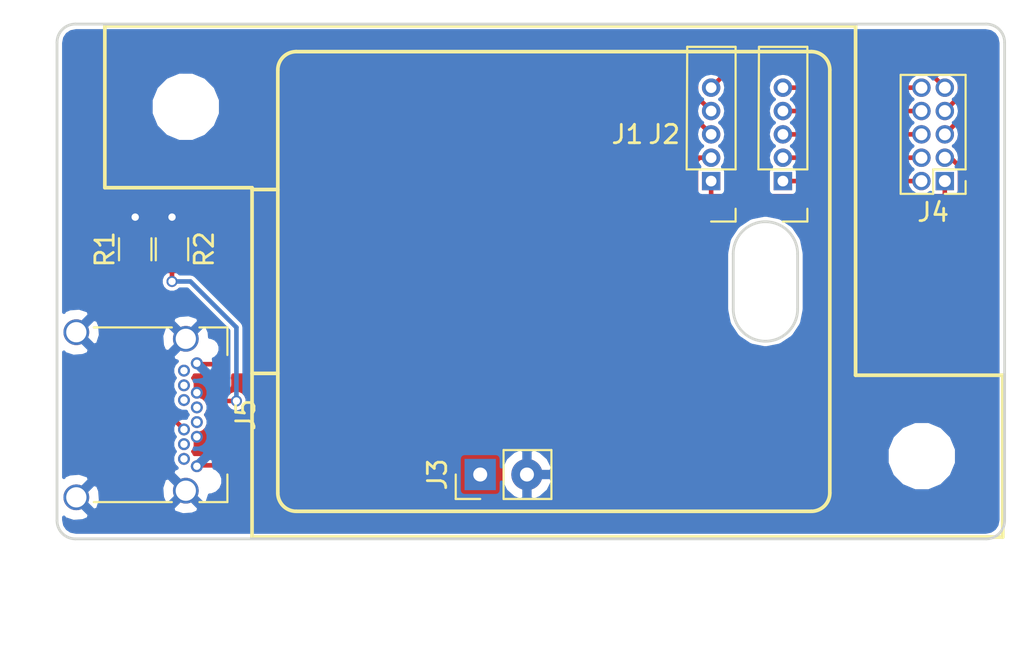
<source format=kicad_pcb>
(kicad_pcb (version 4) (host pcbnew 4.0.7)

  (general
    (links 26)
    (no_connects 4)
    (area 87.924999 98.424999 139.575001 126.575001)
    (thickness 1.6)
    (drawings 31)
    (tracks 59)
    (zones 0)
    (modules 9)
    (nets 29)
  )

  (page USLetter)
  (title_block
    (title "PD Buddy Sink Programming Jig")
    (rev 0.3)
  )

  (layers
    (0 F.Cu signal)
    (31 B.Cu signal)
    (32 B.Adhes user)
    (33 F.Adhes user)
    (34 B.Paste user)
    (35 F.Paste user)
    (36 B.SilkS user)
    (37 F.SilkS user)
    (38 B.Mask user)
    (39 F.Mask user)
    (40 Dwgs.User user)
    (41 Cmts.User user)
    (42 Eco1.User user)
    (43 Eco2.User user)
    (44 Edge.Cuts user)
    (45 Margin user)
    (46 B.CrtYd user)
    (47 F.CrtYd user)
    (48 B.Fab user)
    (49 F.Fab user)
  )

  (setup
    (last_trace_width 0.25)
    (trace_clearance 0.2)
    (zone_clearance 0.2)
    (zone_45_only no)
    (trace_min 0.2)
    (segment_width 0.2)
    (edge_width 0.15)
    (via_size 0.6)
    (via_drill 0.4)
    (via_min_size 0.4)
    (via_min_drill 0.3)
    (uvia_size 0.3)
    (uvia_drill 0.1)
    (uvias_allowed no)
    (uvia_min_size 0.2)
    (uvia_min_drill 0.1)
    (pcb_text_width 0.3)
    (pcb_text_size 1.5 1.5)
    (mod_edge_width 0.15)
    (mod_text_size 1 1)
    (mod_text_width 0.15)
    (pad_size 1.7 1.7)
    (pad_drill 1)
    (pad_to_mask_clearance 0.1)
    (aux_axis_origin 0 0)
    (visible_elements FFFFFF7F)
    (pcbplotparams
      (layerselection 0x00030_80000001)
      (usegerberextensions false)
      (excludeedgelayer true)
      (linewidth 0.100000)
      (plotframeref false)
      (viasonmask false)
      (mode 1)
      (useauxorigin false)
      (hpglpennumber 1)
      (hpglpenspeed 20)
      (hpglpendiameter 15)
      (hpglpenoverlay 2)
      (psnegative false)
      (psa4output false)
      (plotreference true)
      (plotvalue true)
      (plotinvisibletext false)
      (padsonsilk false)
      (subtractmaskfromsilk false)
      (outputformat 1)
      (mirror false)
      (drillshape 1)
      (scaleselection 1)
      (outputdirectory ""))
  )

  (net 0 "")
  (net 1 "Net-(J1-Pad1)")
  (net 2 "Net-(J1-Pad2)")
  (net 3 "Net-(J1-Pad3)")
  (net 4 "Net-(J1-Pad4)")
  (net 5 "Net-(J1-Pad5)")
  (net 6 "Net-(J2-Pad1)")
  (net 7 "Net-(J2-Pad2)")
  (net 8 "Net-(J2-Pad3)")
  (net 9 "Net-(J2-Pad4)")
  (net 10 "Net-(J2-Pad5)")
  (net 11 "Net-(J5-PadA6)")
  (net 12 "Net-(J5-PadA7)")
  (net 13 "Net-(J5-PadB5)")
  (net 14 "Net-(J5-PadB8)")
  (net 15 "Net-(J5-PadB3)")
  (net 16 "Net-(J5-PadB10)")
  (net 17 "Net-(J5-PadB2)")
  (net 18 "Net-(J5-PadB11)")
  (net 19 "Net-(J5-PadA2)")
  (net 20 "Net-(J5-PadA3)")
  (net 21 "Net-(J5-PadA5)")
  (net 22 "Net-(J5-PadA10)")
  (net 23 "Net-(J5-PadA8)")
  (net 24 "Net-(J5-PadA11)")
  (net 25 "Net-(J5-PadB6)")
  (net 26 "Net-(J5-PadB7)")
  (net 27 VBUS)
  (net 28 GND)

  (net_class Default "This is the default net class."
    (clearance 0.2)
    (trace_width 0.25)
    (via_dia 0.6)
    (via_drill 0.4)
    (uvia_dia 0.3)
    (uvia_drill 0.1)
    (add_net GND)
    (add_net "Net-(J1-Pad1)")
    (add_net "Net-(J1-Pad2)")
    (add_net "Net-(J1-Pad3)")
    (add_net "Net-(J1-Pad4)")
    (add_net "Net-(J1-Pad5)")
    (add_net "Net-(J2-Pad1)")
    (add_net "Net-(J2-Pad2)")
    (add_net "Net-(J2-Pad3)")
    (add_net "Net-(J2-Pad4)")
    (add_net "Net-(J2-Pad5)")
    (add_net "Net-(J5-PadA10)")
    (add_net "Net-(J5-PadA11)")
    (add_net "Net-(J5-PadA2)")
    (add_net "Net-(J5-PadA3)")
    (add_net "Net-(J5-PadA5)")
    (add_net "Net-(J5-PadA6)")
    (add_net "Net-(J5-PadA7)")
    (add_net "Net-(J5-PadA8)")
    (add_net "Net-(J5-PadB10)")
    (add_net "Net-(J5-PadB11)")
    (add_net "Net-(J5-PadB2)")
    (add_net "Net-(J5-PadB3)")
    (add_net "Net-(J5-PadB5)")
    (add_net "Net-(J5-PadB6)")
    (add_net "Net-(J5-PadB7)")
    (add_net "Net-(J5-PadB8)")
    (add_net VBUS)
  )

  (module pd-buddy:Pogo_Pin_Straight_1x05_Pitch1.27mm (layer F.Cu) (tedit 591875A2) (tstamp 591881E8)
    (at 123.55 107.04 180)
    (descr "Through hole spring-loaded contacts, 1x05, 1.27mm pitch, single row")
    (tags "Through hole pogo pin THT 1x05 1.27mm single row")
    (path /5917A138)
    (fp_text reference J1 (at 4.55 2.54 180) (layer F.SilkS)
      (effects (font (size 1 1) (thickness 0.15)))
    )
    (fp_text value 854-22-005-10-001101 (at 0 9 180) (layer F.Fab)
      (effects (font (size 1 1) (thickness 0.15)))
    )
    (fp_line (start -1.27 -2.1) (end -1.27 7.18) (layer F.Fab) (width 0.1))
    (fp_line (start -1.27 7.18) (end 1.27 7.18) (layer F.Fab) (width 0.1))
    (fp_line (start 1.27 7.18) (end 1.27 -2.1) (layer F.Fab) (width 0.1))
    (fp_line (start 1.27 -2.1) (end -1.27 -2.1) (layer F.Fab) (width 0.1))
    (fp_line (start -1.33 0.635) (end -1.33 7.3) (layer F.SilkS) (width 0.12))
    (fp_line (start -1.33 7.3) (end 1.3 7.3) (layer F.SilkS) (width 0.12))
    (fp_line (start 1.3 7.3) (end 1.33 0.635) (layer F.SilkS) (width 0.12))
    (fp_line (start 1.33 0.635) (end -1.33 0.635) (layer F.SilkS) (width 0.12))
    (fp_line (start -1.33 -1.505) (end -1.33 -2.2) (layer F.SilkS) (width 0.12))
    (fp_line (start -1.33 -2.2) (end 0 -2.2) (layer F.SilkS) (width 0.12))
    (fp_line (start -1.8 -2.6) (end -1.8 7.7) (layer F.CrtYd) (width 0.05))
    (fp_line (start -1.8 7.7) (end 1.8 7.7) (layer F.CrtYd) (width 0.05))
    (fp_line (start 1.8 7.7) (end 1.8 -2.6) (layer F.CrtYd) (width 0.05))
    (fp_line (start 1.8 -2.6) (end -1.8 -2.6) (layer F.CrtYd) (width 0.05))
    (fp_text user %R (at 0 -3 180) (layer F.Fab)
      (effects (font (size 1 1) (thickness 0.15)))
    )
    (pad 1 thru_hole rect (at 0 0 180) (size 1 1) (drill 0.5842) (layers *.Cu *.Mask)
      (net 1 "Net-(J1-Pad1)"))
    (pad 2 thru_hole oval (at 0 1.27 180) (size 1 1) (drill 0.5842) (layers *.Cu *.Mask)
      (net 2 "Net-(J1-Pad2)"))
    (pad 3 thru_hole oval (at 0 2.54 180) (size 1 1) (drill 0.5842) (layers *.Cu *.Mask)
      (net 3 "Net-(J1-Pad3)"))
    (pad 4 thru_hole oval (at 0 3.81 180) (size 1 1) (drill 0.5842) (layers *.Cu *.Mask)
      (net 4 "Net-(J1-Pad4)"))
    (pad 5 thru_hole oval (at 0 5.08 180) (size 1 1) (drill 0.5842) (layers *.Cu *.Mask)
      (net 5 "Net-(J1-Pad5)"))
    (model ${KISYS3DMOD}/Pin_Headers.3dshapes/Pin_Header_Straight_1x05_Pitch1.27mm.wrl
      (at (xyz 0 0 0))
      (scale (xyz 1 1 1))
      (rotate (xyz 0 0 0))
    )
  )

  (module pd-buddy:Pogo_Pin_Straight_1x05_Pitch1.27mm (layer F.Cu) (tedit 591875A2) (tstamp 59188200)
    (at 127.45 107.04 180)
    (descr "Through hole spring-loaded contacts, 1x05, 1.27mm pitch, single row")
    (tags "Through hole pogo pin THT 1x05 1.27mm single row")
    (path /5917A27F)
    (fp_text reference J2 (at 6.45 2.54 180) (layer F.SilkS)
      (effects (font (size 1 1) (thickness 0.15)))
    )
    (fp_text value 854-22-005-10-001101 (at 0 9 180) (layer F.Fab)
      (effects (font (size 1 1) (thickness 0.15)))
    )
    (fp_line (start -1.27 -2.1) (end -1.27 7.18) (layer F.Fab) (width 0.1))
    (fp_line (start -1.27 7.18) (end 1.27 7.18) (layer F.Fab) (width 0.1))
    (fp_line (start 1.27 7.18) (end 1.27 -2.1) (layer F.Fab) (width 0.1))
    (fp_line (start 1.27 -2.1) (end -1.27 -2.1) (layer F.Fab) (width 0.1))
    (fp_line (start -1.33 0.635) (end -1.33 7.3) (layer F.SilkS) (width 0.12))
    (fp_line (start -1.33 7.3) (end 1.3 7.3) (layer F.SilkS) (width 0.12))
    (fp_line (start 1.3 7.3) (end 1.33 0.635) (layer F.SilkS) (width 0.12))
    (fp_line (start 1.33 0.635) (end -1.33 0.635) (layer F.SilkS) (width 0.12))
    (fp_line (start -1.33 -1.505) (end -1.33 -2.2) (layer F.SilkS) (width 0.12))
    (fp_line (start -1.33 -2.2) (end 0 -2.2) (layer F.SilkS) (width 0.12))
    (fp_line (start -1.8 -2.6) (end -1.8 7.7) (layer F.CrtYd) (width 0.05))
    (fp_line (start -1.8 7.7) (end 1.8 7.7) (layer F.CrtYd) (width 0.05))
    (fp_line (start 1.8 7.7) (end 1.8 -2.6) (layer F.CrtYd) (width 0.05))
    (fp_line (start 1.8 -2.6) (end -1.8 -2.6) (layer F.CrtYd) (width 0.05))
    (fp_text user %R (at -1.8 -3 180) (layer F.Fab)
      (effects (font (size 1 1) (thickness 0.15)))
    )
    (pad 1 thru_hole rect (at 0 0 180) (size 1 1) (drill 0.5842) (layers *.Cu *.Mask)
      (net 6 "Net-(J2-Pad1)"))
    (pad 2 thru_hole oval (at 0 1.27 180) (size 1 1) (drill 0.5842) (layers *.Cu *.Mask)
      (net 7 "Net-(J2-Pad2)"))
    (pad 3 thru_hole oval (at 0 2.54 180) (size 1 1) (drill 0.5842) (layers *.Cu *.Mask)
      (net 8 "Net-(J2-Pad3)"))
    (pad 4 thru_hole oval (at 0 3.81 180) (size 1 1) (drill 0.5842) (layers *.Cu *.Mask)
      (net 9 "Net-(J2-Pad4)"))
    (pad 5 thru_hole oval (at 0 5.08 180) (size 1 1) (drill 0.5842) (layers *.Cu *.Mask)
      (net 10 "Net-(J2-Pad5)"))
    (model ${KISYS3DMOD}/Pin_Headers.3dshapes/Pin_Header_Straight_1x05_Pitch1.27mm.wrl
      (at (xyz 0 0 0))
      (scale (xyz 1 1 1))
      (rotate (xyz 0 0 0))
    )
  )

  (module Pin_Headers:Pin_Header_Straight_2x05_Pitch1.27mm (layer F.Cu) (tedit 58CD4ED6) (tstamp 59188234)
    (at 136.25 107.04 180)
    (descr "Through hole straight pin header, 2x05, 1.27mm pitch, double rows")
    (tags "Through hole pin header THT 2x05 1.27mm double row")
    (path /59179CCA)
    (fp_text reference J4 (at 0.635 -1.695 180) (layer F.SilkS)
      (effects (font (size 1 1) (thickness 0.15)))
    )
    (fp_text value CONN_02X05 (at 0.635 6.775 180) (layer F.Fab)
      (effects (font (size 1 1) (thickness 0.15)))
    )
    (fp_line (start -1.07 -0.635) (end -1.07 5.715) (layer F.Fab) (width 0.1))
    (fp_line (start -1.07 5.715) (end 2.34 5.715) (layer F.Fab) (width 0.1))
    (fp_line (start 2.34 5.715) (end 2.34 -0.635) (layer F.Fab) (width 0.1))
    (fp_line (start 2.34 -0.635) (end -1.07 -0.635) (layer F.Fab) (width 0.1))
    (fp_line (start -1.13 0.635) (end -1.13 5.775) (layer F.SilkS) (width 0.12))
    (fp_line (start -1.13 5.775) (end 2.4 5.775) (layer F.SilkS) (width 0.12))
    (fp_line (start 2.4 5.775) (end 2.4 -0.695) (layer F.SilkS) (width 0.12))
    (fp_line (start 2.4 -0.695) (end 0.635 -0.695) (layer F.SilkS) (width 0.12))
    (fp_line (start 0.635 -0.695) (end 0.635 0.635) (layer F.SilkS) (width 0.12))
    (fp_line (start 0.635 0.635) (end -1.13 0.635) (layer F.SilkS) (width 0.12))
    (fp_line (start -1.13 0) (end -1.13 -0.695) (layer F.SilkS) (width 0.12))
    (fp_line (start -1.13 -0.695) (end 0 -0.695) (layer F.SilkS) (width 0.12))
    (fp_line (start -1.6 -1.15) (end -1.6 6.25) (layer F.CrtYd) (width 0.05))
    (fp_line (start -1.6 6.25) (end 2.85 6.25) (layer F.CrtYd) (width 0.05))
    (fp_line (start 2.85 6.25) (end 2.85 -1.15) (layer F.CrtYd) (width 0.05))
    (fp_line (start 2.85 -1.15) (end -1.6 -1.15) (layer F.CrtYd) (width 0.05))
    (fp_text user %R (at 0.635 -1.695 180) (layer F.Fab)
      (effects (font (size 1 1) (thickness 0.15)))
    )
    (pad 1 thru_hole rect (at 0 0 180) (size 1 1) (drill 0.65) (layers *.Cu *.Mask)
      (net 1 "Net-(J1-Pad1)"))
    (pad 2 thru_hole oval (at 1.27 0 180) (size 1 1) (drill 0.65) (layers *.Cu *.Mask)
      (net 6 "Net-(J2-Pad1)"))
    (pad 3 thru_hole oval (at 0 1.27 180) (size 1 1) (drill 0.65) (layers *.Cu *.Mask)
      (net 2 "Net-(J1-Pad2)"))
    (pad 4 thru_hole oval (at 1.27 1.27 180) (size 1 1) (drill 0.65) (layers *.Cu *.Mask)
      (net 7 "Net-(J2-Pad2)"))
    (pad 5 thru_hole oval (at 0 2.54 180) (size 1 1) (drill 0.65) (layers *.Cu *.Mask)
      (net 3 "Net-(J1-Pad3)"))
    (pad 6 thru_hole oval (at 1.27 2.54 180) (size 1 1) (drill 0.65) (layers *.Cu *.Mask)
      (net 8 "Net-(J2-Pad3)"))
    (pad 7 thru_hole oval (at 0 3.81 180) (size 1 1) (drill 0.65) (layers *.Cu *.Mask)
      (net 4 "Net-(J1-Pad4)"))
    (pad 8 thru_hole oval (at 1.27 3.81 180) (size 1 1) (drill 0.65) (layers *.Cu *.Mask)
      (net 9 "Net-(J2-Pad4)"))
    (pad 9 thru_hole oval (at 0 5.08 180) (size 1 1) (drill 0.65) (layers *.Cu *.Mask)
      (net 5 "Net-(J1-Pad5)"))
    (pad 10 thru_hole oval (at 1.27 5.08 180) (size 1 1) (drill 0.65) (layers *.Cu *.Mask)
      (net 10 "Net-(J2-Pad5)"))
    (model ${KISYS3DMOD}/Pin_Headers.3dshapes/Pin_Header_Straight_2x05_Pitch1.27mm.wrl
      (at (xyz 0 0 0))
      (scale (xyz 1 1 1))
      (rotate (xyz 0 0 0))
    )
  )

  (module Mounting_Holes:MountingHole_3.2mm_M3 (layer F.Cu) (tedit 5918812A) (tstamp 59188295)
    (at 95 103)
    (descr "Mounting Hole 3.2mm, no annular, M3")
    (tags "mounting hole 3.2mm no annular m3")
    (path /59179FF6)
    (fp_text reference MK1 (at 0 -4.2) (layer F.Fab)
      (effects (font (size 1 1) (thickness 0.15)))
    )
    (fp_text value Mounting_Hole (at 0 4.2) (layer F.Fab)
      (effects (font (size 1 1) (thickness 0.15)))
    )
    (fp_circle (center 0 0) (end 3.2 0) (layer Cmts.User) (width 0.15))
    (fp_circle (center 0 0) (end 3.45 0) (layer F.CrtYd) (width 0.05))
    (pad 1 np_thru_hole circle (at 0 0) (size 3.2 3.2) (drill 3.2) (layers *.Cu *.Mask))
  )

  (module Mounting_Holes:MountingHole_3.2mm_M3 (layer F.Cu) (tedit 59188126) (tstamp 5918829C)
    (at 135 122)
    (descr "Mounting Hole 3.2mm, no annular, M3")
    (tags "mounting hole 3.2mm no annular m3")
    (path /5917A093)
    (fp_text reference MK2 (at 0 -4.2) (layer F.Fab)
      (effects (font (size 1 1) (thickness 0.15)))
    )
    (fp_text value Mounting_Hole (at 0 4.2) (layer F.Fab)
      (effects (font (size 1 1) (thickness 0.15)))
    )
    (fp_circle (center 0 0) (end 3.2 0) (layer Cmts.User) (width 0.15))
    (fp_circle (center 0 0) (end 3.45 0) (layer F.CrtYd) (width 0.05))
    (pad 1 np_thru_hole circle (at 0 0) (size 3.2 3.2) (drill 3.2) (layers *.Cu *.Mask))
  )

  (module Resistors_SMD:R_0805 (layer F.Cu) (tedit 58E0A804) (tstamp 5918A519)
    (at 92.25 110.75 90)
    (descr "Resistor SMD 0805, reflow soldering, Vishay (see dcrcw.pdf)")
    (tags "resistor 0805")
    (path /591890F5)
    (attr smd)
    (fp_text reference R1 (at 0 -1.65 90) (layer F.SilkS)
      (effects (font (size 1 1) (thickness 0.15)))
    )
    (fp_text value 5.1k (at 0 1.75 90) (layer F.Fab)
      (effects (font (size 1 1) (thickness 0.15)))
    )
    (fp_text user %R (at 0 0 90) (layer F.Fab)
      (effects (font (size 0.5 0.5) (thickness 0.075)))
    )
    (fp_line (start -1 0.62) (end -1 -0.62) (layer F.Fab) (width 0.1))
    (fp_line (start 1 0.62) (end -1 0.62) (layer F.Fab) (width 0.1))
    (fp_line (start 1 -0.62) (end 1 0.62) (layer F.Fab) (width 0.1))
    (fp_line (start -1 -0.62) (end 1 -0.62) (layer F.Fab) (width 0.1))
    (fp_line (start 0.6 0.88) (end -0.6 0.88) (layer F.SilkS) (width 0.12))
    (fp_line (start -0.6 -0.88) (end 0.6 -0.88) (layer F.SilkS) (width 0.12))
    (fp_line (start -1.55 -0.9) (end 1.55 -0.9) (layer F.CrtYd) (width 0.05))
    (fp_line (start -1.55 -0.9) (end -1.55 0.9) (layer F.CrtYd) (width 0.05))
    (fp_line (start 1.55 0.9) (end 1.55 -0.9) (layer F.CrtYd) (width 0.05))
    (fp_line (start 1.55 0.9) (end -1.55 0.9) (layer F.CrtYd) (width 0.05))
    (pad 1 smd rect (at -0.95 0 90) (size 0.7 1.3) (layers F.Cu F.Paste F.Mask)
      (net 13 "Net-(J5-PadB5)"))
    (pad 2 smd rect (at 0.95 0 90) (size 0.7 1.3) (layers F.Cu F.Paste F.Mask)
      (net 28 GND))
    (model ${KISYS3DMOD}/Resistors_SMD.3dshapes/R_0805.wrl
      (at (xyz 0 0 0))
      (scale (xyz 1 1 1))
      (rotate (xyz 0 0 0))
    )
  )

  (module Resistors_SMD:R_0805 (layer F.Cu) (tedit 58E0A804) (tstamp 5918A52A)
    (at 94.25 110.75 90)
    (descr "Resistor SMD 0805, reflow soldering, Vishay (see dcrcw.pdf)")
    (tags "resistor 0805")
    (path /591891FE)
    (attr smd)
    (fp_text reference R2 (at 0 1.75 90) (layer F.SilkS)
      (effects (font (size 1 1) (thickness 0.15)))
    )
    (fp_text value 5.1k (at 0 1.75 90) (layer F.Fab)
      (effects (font (size 1 1) (thickness 0.15)))
    )
    (fp_text user %R (at 0 0 90) (layer F.Fab)
      (effects (font (size 0.5 0.5) (thickness 0.075)))
    )
    (fp_line (start -1 0.62) (end -1 -0.62) (layer F.Fab) (width 0.1))
    (fp_line (start 1 0.62) (end -1 0.62) (layer F.Fab) (width 0.1))
    (fp_line (start 1 -0.62) (end 1 0.62) (layer F.Fab) (width 0.1))
    (fp_line (start -1 -0.62) (end 1 -0.62) (layer F.Fab) (width 0.1))
    (fp_line (start 0.6 0.88) (end -0.6 0.88) (layer F.SilkS) (width 0.12))
    (fp_line (start -0.6 -0.88) (end 0.6 -0.88) (layer F.SilkS) (width 0.12))
    (fp_line (start -1.55 -0.9) (end 1.55 -0.9) (layer F.CrtYd) (width 0.05))
    (fp_line (start -1.55 -0.9) (end -1.55 0.9) (layer F.CrtYd) (width 0.05))
    (fp_line (start 1.55 0.9) (end 1.55 -0.9) (layer F.CrtYd) (width 0.05))
    (fp_line (start 1.55 0.9) (end -1.55 0.9) (layer F.CrtYd) (width 0.05))
    (pad 1 smd rect (at -0.95 0 90) (size 0.7 1.3) (layers F.Cu F.Paste F.Mask)
      (net 21 "Net-(J5-PadA5)"))
    (pad 2 smd rect (at 0.95 0 90) (size 0.7 1.3) (layers F.Cu F.Paste F.Mask)
      (net 28 GND))
    (model ${KISYS3DMOD}/Resistors_SMD.3dshapes/R_0805.wrl
      (at (xyz 0 0 0))
      (scale (xyz 1 1 1))
      (rotate (xyz 0 0 0))
    )
  )

  (module pd-buddy:Pogo_Pin_Straight_1x02_Pitch2.54mm (layer F.Cu) (tedit 591891CF) (tstamp 5918A889)
    (at 111 123 90)
    (descr "Through hole spring-loaded contacts, 1x02, 2.54mm pitch, single row")
    (tags "Through hole pogo pin THT 1x02 2.54mm single row")
    (path /5917A40A)
    (fp_text reference J3 (at 0 -2.33 90) (layer F.SilkS)
      (effects (font (size 1 1) (thickness 0.15)))
    )
    (fp_text value 825-22-002-10-001101 (at 0 4.87 90) (layer F.Fab)
      (effects (font (size 1 1) (thickness 0.15)))
    )
    (fp_line (start -1.27 -1.27) (end -1.27 3.81) (layer F.Fab) (width 0.1))
    (fp_line (start -1.27 3.81) (end 1.27 3.81) (layer F.Fab) (width 0.1))
    (fp_line (start 1.27 3.81) (end 1.27 -1.27) (layer F.Fab) (width 0.1))
    (fp_line (start 1.27 -1.27) (end -1.27 -1.27) (layer F.Fab) (width 0.1))
    (fp_line (start -1.33 1.27) (end -1.33 3.87) (layer F.SilkS) (width 0.12))
    (fp_line (start -1.33 3.87) (end 1.33 3.87) (layer F.SilkS) (width 0.12))
    (fp_line (start 1.33 3.87) (end 1.33 1.27) (layer F.SilkS) (width 0.12))
    (fp_line (start 1.33 1.27) (end -1.33 1.27) (layer F.SilkS) (width 0.12))
    (fp_line (start -1.33 0) (end -1.33 -1.33) (layer F.SilkS) (width 0.12))
    (fp_line (start -1.33 -1.33) (end 0 -1.33) (layer F.SilkS) (width 0.12))
    (fp_line (start -1.8 -1.8) (end -1.8 4.35) (layer F.CrtYd) (width 0.05))
    (fp_line (start -1.8 4.35) (end 1.8 4.35) (layer F.CrtYd) (width 0.05))
    (fp_line (start 1.8 4.35) (end 1.8 -1.8) (layer F.CrtYd) (width 0.05))
    (fp_line (start 1.8 -1.8) (end -1.8 -1.8) (layer F.CrtYd) (width 0.05))
    (fp_text user %R (at 0 -2.33 90) (layer F.Fab)
      (effects (font (size 1 1) (thickness 0.15)))
    )
    (pad 1 thru_hole rect (at 0 0 90) (size 1.7 1.7) (drill 0.762) (layers *.Cu *.Mask)
      (net 27 VBUS))
    (pad 2 thru_hole oval (at 0 2.54 90) (size 1.7 1.7) (drill 0.762) (layers *.Cu *.Mask)
      (net 28 GND))
    (model ${KISYS3DMOD}/Pin_Headers.3dshapes/Pin_Header_Straight_1x02_Pitch2.54mm.wrl
      (at (xyz 0 -0.05 0))
      (scale (xyz 1 1 1))
      (rotate (xyz 0 0 90))
    )
  )

  (module Connectors_USB:USB_C_Receptacle_Amphenol_12401548E4-2A_CircularHoles (layer F.Cu) (tedit 59877CC7) (tstamp 5A6E6545)
    (at 91.89 119.75 270)
    (descr "USB TYPE C, RA RCPT PCB, Hybrid, https://www.amphenolcanada.com/StockAvailabilityPrice.aspx?From=&PartNum=12401548E4%7e2A")
    (tags "USB C Type-C Receptacle Hybrid")
    (path /5917A9A3)
    (attr smd)
    (fp_text reference J5 (at 0 -6.36 270) (layer F.SilkS)
      (effects (font (size 1 1) (thickness 0.15)))
    )
    (fp_text value USB_C_Receptacle (at 0 6.14 270) (layer F.Fab)
      (effects (font (size 1 1) (thickness 0.15)))
    )
    (fp_text user %R (at 0 0 270) (layer F.Fab)
      (effects (font (size 1 1) (thickness 0.1)))
    )
    (fp_line (start -5.69 5.73) (end -5.69 -5.87) (layer F.CrtYd) (width 0.05))
    (fp_line (start 5.69 5.73) (end -5.69 5.73) (layer F.CrtYd) (width 0.05))
    (fp_line (start 5.69 -5.87) (end 5.69 5.73) (layer F.CrtYd) (width 0.05))
    (fp_line (start -5.69 -5.87) (end 5.69 -5.87) (layer F.CrtYd) (width 0.05))
    (fp_line (start 4.6 5.23) (end 4.6 -5.22) (layer F.Fab) (width 0.1))
    (fp_line (start -4.6 5.23) (end 4.6 5.23) (layer F.Fab) (width 0.1))
    (fp_line (start 3.25 -5.37) (end 4.75 -5.37) (layer F.SilkS) (width 0.12))
    (fp_line (start 4.75 -5.37) (end 4.75 -3.85) (layer F.SilkS) (width 0.12))
    (fp_line (start -4.75 -2.35) (end -4.75 1.89) (layer F.SilkS) (width 0.12))
    (fp_line (start -4.75 -5.37) (end -3.25 -5.37) (layer F.SilkS) (width 0.12))
    (fp_line (start -4.6 -5.22) (end 4.6 -5.22) (layer F.Fab) (width 0.1))
    (fp_line (start -4.6 5.23) (end -4.6 -5.22) (layer F.Fab) (width 0.1))
    (fp_line (start 4.75 -2.35) (end 4.75 1.89) (layer F.SilkS) (width 0.12))
    (fp_line (start -4.75 -5.37) (end -4.75 -3.85) (layer F.SilkS) (width 0.12))
    (pad S1 thru_hole circle (at -4.13 -3.11 270) (size 1.4 1.4) (drill 1.1) (layers *.Cu *.Mask)
      (net 28 GND))
    (pad A1 smd rect (at -2.75 -5.02 270) (size 0.3 0.7) (layers F.Cu F.Paste F.Mask)
      (net 28 GND))
    (pad A2 smd rect (at -2.25 -5.02 270) (size 0.3 0.7) (layers F.Cu F.Paste F.Mask)
      (net 19 "Net-(J5-PadA2)"))
    (pad A3 smd rect (at -1.75 -5.02 270) (size 0.3 0.7) (layers F.Cu F.Paste F.Mask)
      (net 20 "Net-(J5-PadA3)"))
    (pad A4 smd rect (at -1.25 -5.02 270) (size 0.3 0.7) (layers F.Cu F.Paste F.Mask)
      (net 27 VBUS))
    (pad A5 smd rect (at -0.75 -5.02 270) (size 0.3 0.7) (layers F.Cu F.Paste F.Mask)
      (net 21 "Net-(J5-PadA5)"))
    (pad A6 smd rect (at -0.25 -5.02 270) (size 0.3 0.7) (layers F.Cu F.Paste F.Mask)
      (net 11 "Net-(J5-PadA6)"))
    (pad A7 smd rect (at 0.25 -5.02 270) (size 0.3 0.7) (layers F.Cu F.Paste F.Mask)
      (net 12 "Net-(J5-PadA7)"))
    (pad A12 smd rect (at 2.75 -5.02 270) (size 0.3 0.7) (layers F.Cu F.Paste F.Mask)
      (net 28 GND))
    (pad A10 smd rect (at 1.75 -5.02 270) (size 0.3 0.7) (layers F.Cu F.Paste F.Mask)
      (net 22 "Net-(J5-PadA10)"))
    (pad A9 smd rect (at 1.25 -5.02 270) (size 0.3 0.7) (layers F.Cu F.Paste F.Mask)
      (net 27 VBUS))
    (pad A8 smd rect (at 0.75 -5.02 270) (size 0.3 0.7) (layers F.Cu F.Paste F.Mask)
      (net 23 "Net-(J5-PadA8)"))
    (pad A11 smd rect (at 2.25 -5.02 270) (size 0.3 0.7) (layers F.Cu F.Paste F.Mask)
      (net 24 "Net-(J5-PadA11)"))
    (pad S1 thru_hole circle (at 4.13 -3.11 270) (size 1.4 1.4) (drill 1.1) (layers *.Cu *.Mask)
      (net 28 GND))
    (pad S1 thru_hole circle (at 4.49 2.84 270) (size 1.4 1.4) (drill 1.1) (layers *.Cu *.Mask)
      (net 28 GND))
    (pad S1 thru_hole circle (at -4.49 2.84 270) (size 1.4 1.4) (drill 1.1) (layers *.Cu *.Mask)
      (net 28 GND))
    (pad "" np_thru_hole circle (at 3.6 -4.36 270) (size 0.95 0.95) (drill 0.95) (layers *.Cu *.Mask))
    (pad "" np_thru_hole circle (at -3.6 -4.36 270) (size 0.65 0.65) (drill 0.65) (layers *.Cu *.Mask))
    (pad B1 thru_hole circle (at 2.8 -3.71 270) (size 0.65 0.65) (drill 0.4) (layers *.Cu *.Mask)
      (net 28 GND))
    (pad B4 thru_hole circle (at 1.2 -3.71 270) (size 0.65 0.65) (drill 0.4) (layers *.Cu *.Mask)
      (net 27 VBUS))
    (pad B6 thru_hole circle (at 0.4 -3.71 270) (size 0.65 0.65) (drill 0.4) (layers *.Cu *.Mask)
      (net 25 "Net-(J5-PadB6)"))
    (pad B7 thru_hole circle (at -0.4 -3.71 270) (size 0.65 0.65) (drill 0.4) (layers *.Cu *.Mask)
      (net 26 "Net-(J5-PadB7)"))
    (pad B9 thru_hole circle (at -1.2 -3.71 270) (size 0.65 0.65) (drill 0.4) (layers *.Cu *.Mask)
      (net 27 VBUS))
    (pad B12 thru_hole circle (at -2.8 -3.71 270) (size 0.65 0.65) (drill 0.4) (layers *.Cu *.Mask)
      (net 28 GND))
    (pad B2 thru_hole circle (at 2.4 -3.01 270) (size 0.65 0.65) (drill 0.4) (layers *.Cu *.Mask)
      (net 17 "Net-(J5-PadB2)"))
    (pad B3 thru_hole circle (at 1.6 -3.01 270) (size 0.65 0.65) (drill 0.4) (layers *.Cu *.Mask)
      (net 15 "Net-(J5-PadB3)"))
    (pad B5 thru_hole circle (at 0.8 -3.01 270) (size 0.65 0.65) (drill 0.4) (layers *.Cu *.Mask)
      (net 13 "Net-(J5-PadB5)"))
    (pad B8 thru_hole circle (at -0.8 -3.01 270) (size 0.65 0.65) (drill 0.4) (layers *.Cu *.Mask)
      (net 14 "Net-(J5-PadB8)"))
    (pad B10 thru_hole circle (at -1.6 -3.01 270) (size 0.65 0.65) (drill 0.4) (layers *.Cu *.Mask)
      (net 16 "Net-(J5-PadB10)"))
    (pad B11 thru_hole circle (at -2.4 -3.01 270) (size 0.65 0.65) (drill 0.4) (layers *.Cu *.Mask)
      (net 18 "Net-(J5-PadB11)"))
    (model ${KISYS3DMOD}/Connectors_USB.3dshapes/USB_C_Receptacle_Amphenol_12401548E4-2A.wrl
      (at (xyz 0 0 0))
      (scale (xyz 1 1 1))
      (rotate (xyz 0 0 0))
    )
  )

  (gr_text "CUT OUT" (at 126.5 112.5 90) (layer F.Fab)
    (effects (font (size 0.8 0.8) (thickness 0.15)))
  )
  (gr_arc (start 126.5 114) (end 128.25 114) (angle 180) (layer Edge.Cuts) (width 0.15))
  (gr_arc (start 126.5 111) (end 124.75 111) (angle 180) (layer Edge.Cuts) (width 0.15))
  (gr_line (start 124.75 114) (end 124.75 111) (layer Edge.Cuts) (width 0.15))
  (gr_line (start 128.25 111) (end 128.25 114) (layer Edge.Cuts) (width 0.15))
  (gr_arc (start 101 101) (end 100 101) (angle 90) (layer F.SilkS) (width 0.2))
  (gr_arc (start 101 124) (end 101 125) (angle 90) (layer F.SilkS) (width 0.2))
  (gr_arc (start 129 124) (end 130 124) (angle 90) (layer F.SilkS) (width 0.2))
  (gr_arc (start 129 101) (end 129 100) (angle 90) (layer F.SilkS) (width 0.2))
  (gr_arc (start 138.5 99.5) (end 138.5 98.5) (angle 90) (layer Edge.Cuts) (width 0.15))
  (gr_arc (start 89 99.5) (end 88 99.5) (angle 90) (layer Edge.Cuts) (width 0.15))
  (gr_arc (start 89 125.5) (end 89 126.5) (angle 90) (layer Edge.Cuts) (width 0.15))
  (gr_arc (start 138.5 125.5) (end 139.5 125.5) (angle 90) (layer Edge.Cuts) (width 0.15))
  (gr_line (start 100 117.5) (end 98.6 117.5) (layer F.SilkS) (width 0.2))
  (gr_line (start 98.6 107.5) (end 100 107.5) (layer F.SilkS) (width 0.2))
  (gr_line (start 88 125.5) (end 88 99.5) (layer Edge.Cuts) (width 0.15))
  (gr_line (start 138.5 126.5) (end 89 126.5) (layer Edge.Cuts) (width 0.15))
  (gr_line (start 139.5 99.5) (end 139.5 125.5) (layer Edge.Cuts) (width 0.15))
  (gr_line (start 89 98.5) (end 138.5 98.5) (layer Edge.Cuts) (width 0.15))
  (gr_line (start 90.6 98.6) (end 131.4 98.6) (layer F.SilkS) (width 0.2))
  (gr_line (start 90.6 107.4) (end 90.6 98.6) (layer F.SilkS) (width 0.2))
  (gr_line (start 98.6 107.4) (end 90.6 107.4) (layer F.SilkS) (width 0.2))
  (gr_line (start 98.6 126.4) (end 98.6 107.4) (layer F.SilkS) (width 0.2))
  (gr_line (start 139.4 126.4) (end 98.6 126.4) (layer F.SilkS) (width 0.2))
  (gr_line (start 139.4 117.6) (end 139.4 126.4) (layer F.SilkS) (width 0.2))
  (gr_line (start 131.4 117.6) (end 139.4 117.6) (layer F.SilkS) (width 0.2))
  (gr_line (start 131.4 98.6) (end 131.4 117.6) (layer F.SilkS) (width 0.2))
  (gr_line (start 100 124) (end 100 101) (layer F.SilkS) (width 0.2))
  (gr_line (start 129 125) (end 101 125) (layer F.SilkS) (width 0.2))
  (gr_line (start 130 101) (end 130 124) (layer F.SilkS) (width 0.2))
  (gr_line (start 101 100) (end 129 100) (layer F.SilkS) (width 0.2))

  (segment (start 96.91 122.5) (end 95.65 122.5) (width 0.25) (layer F.Cu) (net 0))
  (segment (start 95.65 122.5) (end 95.6 122.55) (width 0.25) (layer F.Cu) (net 0))
  (segment (start 96.91 117) (end 95.65 117) (width 0.25) (layer F.Cu) (net 0))
  (segment (start 95.65 117) (end 95.6 116.95) (width 0.25) (layer F.Cu) (net 0))
  (segment (start 123.615001 107.865001) (end 123.55 107.8) (width 0.25) (layer F.Cu) (net 1))
  (segment (start 123.55 107.8) (end 123.55 107.04) (width 0.25) (layer F.Cu) (net 1))
  (segment (start 136.25 107.04) (end 136.25 107.79) (width 0.25) (layer F.Cu) (net 1))
  (segment (start 136.25 107.79) (end 136.174999 107.865001) (width 0.25) (layer F.Cu) (net 1))
  (segment (start 136.174999 107.865001) (end 123.615001 107.865001) (width 0.25) (layer F.Cu) (net 1))
  (segment (start 122.724999 105.961411) (end 122.91641 105.77) (width 0.25) (layer F.Cu) (net 2))
  (segment (start 123.24001 108.315012) (end 122.724999 107.800001) (width 0.25) (layer F.Cu) (net 2))
  (segment (start 122.724999 107.800001) (end 122.724999 105.961411) (width 0.25) (layer F.Cu) (net 2))
  (segment (start 136.55999 108.315012) (end 123.24001 108.315012) (width 0.25) (layer F.Cu) (net 2))
  (segment (start 137.075001 106.279999) (end 137.075001 107.800001) (width 0.25) (layer F.Cu) (net 2))
  (segment (start 136.565002 105.77) (end 137.075001 106.279999) (width 0.25) (layer F.Cu) (net 2))
  (segment (start 122.91641 105.77) (end 123.55 105.77) (width 0.25) (layer F.Cu) (net 2))
  (segment (start 137.075001 107.800001) (end 136.55999 108.315012) (width 0.25) (layer F.Cu) (net 2))
  (segment (start 136.25 105.77) (end 136.565002 105.77) (width 0.25) (layer F.Cu) (net 2))
  (segment (start 123.55 104.5) (end 122.25 103.2) (width 0.25) (layer F.Cu) (net 3))
  (segment (start 122.25 103.2) (end 122.25 101.25) (width 0.25) (layer F.Cu) (net 3))
  (segment (start 122.25 101.25) (end 123.5 100) (width 0.25) (layer F.Cu) (net 3))
  (segment (start 123.5 100) (end 136.25 100) (width 0.25) (layer F.Cu) (net 3))
  (segment (start 136.25 100) (end 137.525012 101.275012) (width 0.25) (layer F.Cu) (net 3))
  (segment (start 137.525012 101.275012) (end 137.525012 103.224988) (width 0.25) (layer F.Cu) (net 3))
  (segment (start 137.525012 103.224988) (end 136.749999 104.000001) (width 0.25) (layer F.Cu) (net 3))
  (segment (start 136.749999 104.000001) (end 136.25 104.5) (width 0.25) (layer F.Cu) (net 3))
  (segment (start 123.788998 100.5) (end 136.011002 100.5) (width 0.25) (layer F.Cu) (net 4))
  (segment (start 136.011002 100.5) (end 137.075001 101.563999) (width 0.25) (layer F.Cu) (net 4))
  (segment (start 137.075001 101.563999) (end 137.075001 102.404999) (width 0.25) (layer F.Cu) (net 4))
  (segment (start 137.075001 102.404999) (end 136.749999 102.730001) (width 0.25) (layer F.Cu) (net 4))
  (segment (start 136.749999 102.730001) (end 136.25 103.23) (width 0.25) (layer F.Cu) (net 4))
  (segment (start 123.55 103.23) (end 122.724999 102.404999) (width 0.25) (layer F.Cu) (net 4))
  (segment (start 122.724999 102.404999) (end 122.724999 101.563999) (width 0.25) (layer F.Cu) (net 4))
  (segment (start 122.724999 101.563999) (end 123.788998 100.5) (width 0.25) (layer F.Cu) (net 4))
  (segment (start 123.55 101.96) (end 124.375001 101.134999) (width 0.25) (layer F.Cu) (net 5))
  (segment (start 135.424999 101.134999) (end 135.750001 101.460001) (width 0.25) (layer F.Cu) (net 5))
  (segment (start 124.375001 101.134999) (end 135.424999 101.134999) (width 0.25) (layer F.Cu) (net 5))
  (segment (start 135.750001 101.460001) (end 136.25 101.96) (width 0.25) (layer F.Cu) (net 5))
  (segment (start 134.98 107.04) (end 134.272894 107.04) (width 0.25) (layer F.Cu) (net 6))
  (segment (start 134.272894 107.04) (end 127.45 107.04) (width 0.25) (layer F.Cu) (net 6))
  (segment (start 127.45 105.77) (end 134.98 105.77) (width 0.25) (layer F.Cu) (net 7))
  (segment (start 134.98 104.5) (end 127.45 104.5) (width 0.25) (layer F.Cu) (net 8))
  (segment (start 127.45 103.23) (end 134.98 103.23) (width 0.25) (layer F.Cu) (net 9))
  (segment (start 134.98 101.96) (end 134.272894 101.96) (width 0.25) (layer F.Cu) (net 10))
  (segment (start 134.272894 101.96) (end 127.45 101.96) (width 0.25) (layer F.Cu) (net 10))
  (segment (start 92.25 111.7) (end 92.25 117.9) (width 0.25) (layer F.Cu) (net 13))
  (segment (start 92.25 117.9) (end 92.325001 117.975001) (width 0.25) (layer F.Cu) (net 13))
  (segment (start 94.9 120.55) (end 92.325001 117.975001) (width 0.25) (layer F.Cu) (net 13))
  (segment (start 97.75 119) (end 97.75 115) (width 0.25) (layer B.Cu) (net 21))
  (segment (start 96.91 119) (end 97.75 119) (width 0.25) (layer F.Cu) (net 21))
  (via (at 97.75 119) (size 0.6) (drill 0.4) (layers F.Cu B.Cu) (net 21))
  (segment (start 97.75 115) (end 95.25 112.5) (width 0.25) (layer B.Cu) (net 21))
  (segment (start 95.25 112.5) (end 94.25 112.5) (width 0.25) (layer B.Cu) (net 21))
  (segment (start 94.25 112.5) (end 94.25 111.7) (width 0.25) (layer F.Cu) (net 21))
  (via (at 94.25 112.5) (size 0.6) (drill 0.4) (layers F.Cu B.Cu) (net 21))
  (segment (start 92.25 109.8) (end 92.25 109) (width 0.25) (layer F.Cu) (net 28))
  (via (at 92.25 109) (size 0.6) (drill 0.4) (layers F.Cu B.Cu) (net 28))
  (segment (start 94.25 109.8) (end 94.25 109) (width 0.25) (layer F.Cu) (net 28))
  (via (at 94.25 109) (size 0.6) (drill 0.4) (layers F.Cu B.Cu) (net 28))

  (zone (net 28) (net_name GND) (layer B.Cu) (tstamp 0) (hatch edge 0.508)
    (priority 1)
    (connect_pads (clearance 0.2))
    (min_thickness 0.2)
    (fill yes (arc_segments 16) (thermal_gap 0.508) (thermal_bridge_width 0.508))
    (polygon
      (pts
        (xy 87.5 97.5) (xy 140.5 97.5) (xy 140.5 127.5) (xy 87.5 127.5)
      )
    )
    (filled_polygon
      (pts
        (xy 138.736367 98.929363) (xy 138.936747 99.063253) (xy 139.070637 99.263632) (xy 139.125 99.536936) (xy 139.125 125.463064)
        (xy 139.070637 125.736368) (xy 138.936747 125.936747) (xy 138.736367 126.070637) (xy 138.463063 126.125) (xy 89.036936 126.125)
        (xy 88.763632 126.070637) (xy 88.563253 125.936747) (xy 88.429363 125.736367) (xy 88.375 125.463063) (xy 88.375 125.330253)
        (xy 88.395947 125.402227) (xy 88.890499 125.564052) (xy 89.409333 125.524303) (xy 89.704053 125.402227) (xy 89.769514 125.177303)
        (xy 89.05 124.457789) (xy 89.035858 124.471931) (xy 88.818069 124.254142) (xy 88.832211 124.24) (xy 89.267789 124.24)
        (xy 89.987303 124.959514) (xy 90.212227 124.894053) (xy 90.23734 124.817303) (xy 94.280486 124.817303) (xy 94.345947 125.042227)
        (xy 94.840499 125.204052) (xy 95.359333 125.164303) (xy 95.654053 125.042227) (xy 95.719514 124.817303) (xy 95 124.097789)
        (xy 94.280486 124.817303) (xy 90.23734 124.817303) (xy 90.374052 124.399501) (xy 90.334303 123.880667) (xy 90.26796 123.720499)
        (xy 93.675948 123.720499) (xy 93.715697 124.239333) (xy 93.837773 124.534053) (xy 94.062697 124.599514) (xy 94.782211 123.88)
        (xy 94.062697 123.160486) (xy 93.837773 123.225947) (xy 93.675948 123.720499) (xy 90.26796 123.720499) (xy 90.212227 123.585947)
        (xy 89.987303 123.520486) (xy 89.267789 124.24) (xy 88.832211 124.24) (xy 88.818069 124.225858) (xy 89.035858 124.008069)
        (xy 89.05 124.022211) (xy 89.769514 123.302697) (xy 89.704053 123.077773) (xy 89.209501 122.915948) (xy 88.690667 122.955697)
        (xy 88.395947 123.077773) (xy 88.375 123.149747) (xy 88.375 117.473775) (xy 94.274892 117.473775) (xy 94.369842 117.703571)
        (xy 94.416117 117.749927) (xy 94.37046 117.795504) (xy 94.275109 118.025134) (xy 94.274892 118.273775) (xy 94.369842 118.503571)
        (xy 94.416117 118.549927) (xy 94.37046 118.595504) (xy 94.275109 118.825134) (xy 94.274892 119.073775) (xy 94.369842 119.303571)
        (xy 94.545504 119.47954) (xy 94.775134 119.574891) (xy 95.01676 119.575102) (xy 95.069842 119.703571) (xy 95.116117 119.749927)
        (xy 95.07046 119.795504) (xy 95.016646 119.925102) (xy 94.776225 119.924892) (xy 94.546429 120.019842) (xy 94.37046 120.195504)
        (xy 94.275109 120.425134) (xy 94.274892 120.673775) (xy 94.369842 120.903571) (xy 94.416117 120.949927) (xy 94.37046 120.995504)
        (xy 94.275109 121.225134) (xy 94.274892 121.473775) (xy 94.369842 121.703571) (xy 94.416117 121.749927) (xy 94.37046 121.795504)
        (xy 94.275109 122.025134) (xy 94.274892 122.273775) (xy 94.369842 122.503571) (xy 94.514129 122.64811) (xy 94.345947 122.717773)
        (xy 94.280486 122.942697) (xy 95 123.662211) (xy 95.014142 123.648069) (xy 95.231931 123.865858) (xy 95.217789 123.88)
        (xy 95.937303 124.599514) (xy 96.162227 124.534053) (xy 96.296062 124.12504) (xy 96.403481 124.125134) (xy 96.688429 124.007396)
        (xy 96.90663 123.789575) (xy 97.024865 123.504833) (xy 97.025134 123.196519) (xy 96.907396 122.911571) (xy 96.689575 122.69337)
        (xy 96.544906 122.633298) (xy 96.548744 122.619398) (xy 96.503083 122.251047) (xy 96.461229 122.15) (xy 109.844123 122.15)
        (xy 109.844123 123.85) (xy 109.865042 123.961173) (xy 109.930745 124.063279) (xy 110.030997 124.131778) (xy 110.15 124.155877)
        (xy 111.85 124.155877) (xy 111.961173 124.134958) (xy 112.063279 124.069255) (xy 112.131778 123.969003) (xy 112.155877 123.85)
        (xy 112.155877 123.427023) (xy 112.384259 123.888854) (xy 112.812384 124.263477) (xy 113.16109 124.407903) (xy 113.386 124.296889)
        (xy 113.386 123.154) (xy 113.694 123.154) (xy 113.694 124.296889) (xy 113.91891 124.407903) (xy 114.267616 124.263477)
        (xy 114.695741 123.888854) (xy 114.947915 123.378911) (xy 114.837856 123.154) (xy 113.694 123.154) (xy 113.386 123.154)
        (xy 113.366 123.154) (xy 113.366 122.846) (xy 113.386 122.846) (xy 113.386 121.703111) (xy 113.694 121.703111)
        (xy 113.694 122.846) (xy 114.837856 122.846) (xy 114.947915 122.621089) (xy 114.826852 122.376275) (xy 133.099671 122.376275)
        (xy 133.388319 123.074857) (xy 133.922331 123.609802) (xy 134.620409 123.899669) (xy 135.376275 123.900329) (xy 136.074857 123.611681)
        (xy 136.609802 123.077669) (xy 136.899669 122.379591) (xy 136.900329 121.623725) (xy 136.611681 120.925143) (xy 136.077669 120.390198)
        (xy 135.379591 120.100331) (xy 134.623725 120.099671) (xy 133.925143 120.388319) (xy 133.390198 120.922331) (xy 133.100331 121.620409)
        (xy 133.099671 122.376275) (xy 114.826852 122.376275) (xy 114.695741 122.111146) (xy 114.267616 121.736523) (xy 113.91891 121.592097)
        (xy 113.694 121.703111) (xy 113.386 121.703111) (xy 113.16109 121.592097) (xy 112.812384 121.736523) (xy 112.384259 122.111146)
        (xy 112.155877 122.572977) (xy 112.155877 122.15) (xy 112.134958 122.038827) (xy 112.069255 121.936721) (xy 111.969003 121.868222)
        (xy 111.85 121.844123) (xy 110.15 121.844123) (xy 110.038827 121.865042) (xy 109.936721 121.930745) (xy 109.868222 122.030997)
        (xy 109.844123 122.15) (xy 96.461229 122.15) (xy 96.449969 122.122816) (xy 96.26348 122.104308) (xy 95.817789 122.55)
        (xy 95.831931 122.564142) (xy 95.659519 122.736554) (xy 95.654053 122.717773) (xy 95.457329 122.653402) (xy 95.368929 122.565002)
        (xy 95.42954 122.504496) (xy 95.45092 122.453007) (xy 95.585858 122.318069) (xy 95.6 122.332211) (xy 96.045692 121.88652)
        (xy 96.027184 121.700031) (xy 95.669398 121.601256) (xy 95.461719 121.627) (xy 95.483354 121.574898) (xy 95.723775 121.575108)
        (xy 95.953571 121.480158) (xy 96.12954 121.304496) (xy 96.224891 121.074866) (xy 96.225108 120.826225) (xy 96.130158 120.596429)
        (xy 96.083883 120.550073) (xy 96.12954 120.504496) (xy 96.224891 120.274866) (xy 96.225108 120.026225) (xy 96.130158 119.796429)
        (xy 96.083883 119.750073) (xy 96.12954 119.704496) (xy 96.224891 119.474866) (xy 96.225108 119.226225) (xy 96.130158 118.996429)
        (xy 96.083883 118.950073) (xy 96.12954 118.904496) (xy 96.224891 118.674866) (xy 96.225108 118.426225) (xy 96.130158 118.196429)
        (xy 95.954496 118.02046) (xy 95.724866 117.925109) (xy 95.48324 117.924898) (xy 95.464944 117.880618) (xy 95.530602 117.898744)
        (xy 95.898953 117.853083) (xy 96.027184 117.799969) (xy 96.045692 117.61348) (xy 95.6 117.167789) (xy 95.585858 117.181931)
        (xy 95.451143 117.047216) (xy 95.430158 116.996429) (xy 95.368882 116.935045) (xy 95.428114 116.875813) (xy 95.654053 116.782227)
        (xy 95.659519 116.763446) (xy 95.831931 116.935858) (xy 95.817789 116.95) (xy 96.26348 117.395692) (xy 96.449969 117.377184)
        (xy 96.548744 117.019398) (xy 96.511412 116.718237) (xy 96.603571 116.680158) (xy 96.77954 116.504496) (xy 96.874891 116.274866)
        (xy 96.875108 116.026225) (xy 96.780158 115.796429) (xy 96.604496 115.62046) (xy 96.374866 115.525109) (xy 96.304558 115.525048)
        (xy 96.284303 115.260667) (xy 96.162227 114.965947) (xy 95.937303 114.900486) (xy 95.217789 115.62) (xy 95.231931 115.634142)
        (xy 95.014142 115.851931) (xy 95 115.837789) (xy 94.280486 116.557303) (xy 94.345947 116.782227) (xy 94.525315 116.840919)
        (xy 94.37046 116.995504) (xy 94.275109 117.225134) (xy 94.274892 117.473775) (xy 88.375 117.473775) (xy 88.375 116.350253)
        (xy 88.395947 116.422227) (xy 88.890499 116.584052) (xy 89.409333 116.544303) (xy 89.704053 116.422227) (xy 89.769514 116.197303)
        (xy 89.05 115.477789) (xy 89.035858 115.491931) (xy 88.818069 115.274142) (xy 88.832211 115.26) (xy 89.267789 115.26)
        (xy 89.987303 115.979514) (xy 90.212227 115.914053) (xy 90.360636 115.460499) (xy 93.675948 115.460499) (xy 93.715697 115.979333)
        (xy 93.837773 116.274053) (xy 94.062697 116.339514) (xy 94.782211 115.62) (xy 94.062697 114.900486) (xy 93.837773 114.965947)
        (xy 93.675948 115.460499) (xy 90.360636 115.460499) (xy 90.374052 115.419501) (xy 90.334303 114.900667) (xy 90.244018 114.682697)
        (xy 94.280486 114.682697) (xy 95 115.402211) (xy 95.719514 114.682697) (xy 95.654053 114.457773) (xy 95.159501 114.295948)
        (xy 94.640667 114.335697) (xy 94.345947 114.457773) (xy 94.280486 114.682697) (xy 90.244018 114.682697) (xy 90.212227 114.605947)
        (xy 89.987303 114.540486) (xy 89.267789 115.26) (xy 88.832211 115.26) (xy 88.818069 115.245858) (xy 89.035858 115.028069)
        (xy 89.05 115.042211) (xy 89.769514 114.322697) (xy 89.704053 114.097773) (xy 89.209501 113.935948) (xy 88.690667 113.975697)
        (xy 88.395947 114.097773) (xy 88.375 114.169747) (xy 88.375 112.618824) (xy 93.649896 112.618824) (xy 93.741048 112.839429)
        (xy 93.909683 113.008359) (xy 94.130129 113.099896) (xy 94.368824 113.100104) (xy 94.589429 113.008952) (xy 94.673528 112.925)
        (xy 95.07396 112.925) (xy 97.325 115.17604) (xy 97.325 118.57647) (xy 97.241641 118.659683) (xy 97.150104 118.880129)
        (xy 97.149896 119.118824) (xy 97.241048 119.339429) (xy 97.409683 119.508359) (xy 97.630129 119.599896) (xy 97.868824 119.600104)
        (xy 98.089429 119.508952) (xy 98.258359 119.340317) (xy 98.349896 119.119871) (xy 98.350104 118.881176) (xy 98.258952 118.660571)
        (xy 98.175 118.576472) (xy 98.175 115) (xy 98.17132 114.981497) (xy 98.142649 114.837359) (xy 98.05052 114.69948)
        (xy 95.55052 112.19948) (xy 95.412641 112.107351) (xy 95.385657 112.101984) (xy 95.25 112.075) (xy 94.67353 112.075)
        (xy 94.590317 111.991641) (xy 94.369871 111.900104) (xy 94.131176 111.899896) (xy 93.910571 111.991048) (xy 93.741641 112.159683)
        (xy 93.650104 112.380129) (xy 93.649896 112.618824) (xy 88.375 112.618824) (xy 88.375 111) (xy 124.375 111)
        (xy 124.375 114) (xy 124.382206 114.036226) (xy 124.382206 114.073159) (xy 124.515416 114.74285) (xy 124.515416 114.742855)
        (xy 124.57141 114.878035) (xy 124.950762 115.445776) (xy 125.054224 115.549238) (xy 125.621965 115.92859) (xy 125.757145 115.984583)
        (xy 126.426838 116.117793) (xy 126.426842 116.117795) (xy 126.573158 116.117795) (xy 126.573162 116.117793) (xy 127.24285 115.984584)
        (xy 127.242855 115.984584) (xy 127.378035 115.92859) (xy 127.945776 115.549238) (xy 128.049238 115.445776) (xy 128.42859 114.878035)
        (xy 128.484583 114.742855) (xy 128.484583 114.742854) (xy 128.617794 114.073159) (xy 128.617794 114.036226) (xy 128.625 114)
        (xy 128.625 111) (xy 128.617794 110.963774) (xy 128.617794 110.926841) (xy 128.484583 110.257145) (xy 128.42859 110.121965)
        (xy 128.049238 109.554224) (xy 127.945776 109.450762) (xy 127.378035 109.07141) (xy 127.242855 109.015416) (xy 127.24285 109.015416)
        (xy 126.573162 108.882207) (xy 126.573158 108.882205) (xy 126.5 108.882205) (xy 126.426838 108.882207) (xy 125.757145 109.015417)
        (xy 125.621965 109.07141) (xy 125.054224 109.450762) (xy 124.950762 109.554224) (xy 124.57141 110.121965) (xy 124.515416 110.257145)
        (xy 124.515416 110.25715) (xy 124.382206 110.926841) (xy 124.382206 110.963774) (xy 124.375 111) (xy 88.375 111)
        (xy 88.375 103.376275) (xy 93.099671 103.376275) (xy 93.388319 104.074857) (xy 93.922331 104.609802) (xy 94.620409 104.899669)
        (xy 95.376275 104.900329) (xy 96.074857 104.611681) (xy 96.609802 104.077669) (xy 96.899669 103.379591) (xy 96.900329 102.623725)
        (xy 96.626084 101.96) (xy 122.734327 101.96) (xy 122.795223 102.266147) (xy 122.968642 102.525685) (xy 123.072378 102.595)
        (xy 122.968642 102.664315) (xy 122.795223 102.923853) (xy 122.734327 103.23) (xy 122.795223 103.536147) (xy 122.968642 103.795685)
        (xy 123.072378 103.865) (xy 122.968642 103.934315) (xy 122.795223 104.193853) (xy 122.734327 104.5) (xy 122.795223 104.806147)
        (xy 122.968642 105.065685) (xy 123.072378 105.135) (xy 122.968642 105.204315) (xy 122.795223 105.463853) (xy 122.734327 105.77)
        (xy 122.795223 106.076147) (xy 122.921995 106.265873) (xy 122.836721 106.320745) (xy 122.768222 106.420997) (xy 122.744123 106.54)
        (xy 122.744123 107.54) (xy 122.765042 107.651173) (xy 122.830745 107.753279) (xy 122.930997 107.821778) (xy 123.05 107.845877)
        (xy 124.05 107.845877) (xy 124.161173 107.824958) (xy 124.263279 107.759255) (xy 124.331778 107.659003) (xy 124.355877 107.54)
        (xy 124.355877 106.54) (xy 124.334958 106.428827) (xy 124.269255 106.326721) (xy 124.178693 106.264843) (xy 124.304777 106.076147)
        (xy 124.365673 105.77) (xy 124.304777 105.463853) (xy 124.131358 105.204315) (xy 124.027622 105.135) (xy 124.131358 105.065685)
        (xy 124.304777 104.806147) (xy 124.365673 104.5) (xy 124.304777 104.193853) (xy 124.131358 103.934315) (xy 124.027622 103.865)
        (xy 124.131358 103.795685) (xy 124.304777 103.536147) (xy 124.365673 103.23) (xy 124.304777 102.923853) (xy 124.131358 102.664315)
        (xy 124.027622 102.595) (xy 124.131358 102.525685) (xy 124.304777 102.266147) (xy 124.365673 101.96) (xy 126.634327 101.96)
        (xy 126.695223 102.266147) (xy 126.868642 102.525685) (xy 126.972378 102.595) (xy 126.868642 102.664315) (xy 126.695223 102.923853)
        (xy 126.634327 103.23) (xy 126.695223 103.536147) (xy 126.868642 103.795685) (xy 126.972378 103.865) (xy 126.868642 103.934315)
        (xy 126.695223 104.193853) (xy 126.634327 104.5) (xy 126.695223 104.806147) (xy 126.868642 105.065685) (xy 126.972378 105.135)
        (xy 126.868642 105.204315) (xy 126.695223 105.463853) (xy 126.634327 105.77) (xy 126.695223 106.076147) (xy 126.821995 106.265873)
        (xy 126.736721 106.320745) (xy 126.668222 106.420997) (xy 126.644123 106.54) (xy 126.644123 107.54) (xy 126.665042 107.651173)
        (xy 126.730745 107.753279) (xy 126.830997 107.821778) (xy 126.95 107.845877) (xy 127.95 107.845877) (xy 128.061173 107.824958)
        (xy 128.163279 107.759255) (xy 128.231778 107.659003) (xy 128.255877 107.54) (xy 128.255877 106.54) (xy 128.234958 106.428827)
        (xy 128.169255 106.326721) (xy 128.078693 106.264843) (xy 128.204777 106.076147) (xy 128.265673 105.77) (xy 128.204777 105.463853)
        (xy 128.031358 105.204315) (xy 127.927622 105.135) (xy 128.031358 105.065685) (xy 128.204777 104.806147) (xy 128.265673 104.5)
        (xy 128.204777 104.193853) (xy 128.031358 103.934315) (xy 127.927622 103.865) (xy 128.031358 103.795685) (xy 128.204777 103.536147)
        (xy 128.265673 103.23) (xy 128.204777 102.923853) (xy 128.031358 102.664315) (xy 127.927622 102.595) (xy 128.031358 102.525685)
        (xy 128.204777 102.266147) (xy 128.265673 101.96) (xy 134.164327 101.96) (xy 134.225223 102.266147) (xy 134.398642 102.525685)
        (xy 134.502378 102.595) (xy 134.398642 102.664315) (xy 134.225223 102.923853) (xy 134.164327 103.23) (xy 134.225223 103.536147)
        (xy 134.398642 103.795685) (xy 134.502378 103.865) (xy 134.398642 103.934315) (xy 134.225223 104.193853) (xy 134.164327 104.5)
        (xy 134.225223 104.806147) (xy 134.398642 105.065685) (xy 134.502378 105.135) (xy 134.398642 105.204315) (xy 134.225223 105.463853)
        (xy 134.164327 105.77) (xy 134.225223 106.076147) (xy 134.398642 106.335685) (xy 134.502378 106.405) (xy 134.398642 106.474315)
        (xy 134.225223 106.733853) (xy 134.164327 107.04) (xy 134.225223 107.346147) (xy 134.398642 107.605685) (xy 134.65818 107.779104)
        (xy 134.964327 107.84) (xy 134.995673 107.84) (xy 135.30182 107.779104) (xy 135.473533 107.664368) (xy 135.530745 107.753279)
        (xy 135.630997 107.821778) (xy 135.75 107.845877) (xy 136.75 107.845877) (xy 136.861173 107.824958) (xy 136.963279 107.759255)
        (xy 137.031778 107.659003) (xy 137.055877 107.54) (xy 137.055877 106.54) (xy 137.034958 106.428827) (xy 136.969255 106.326721)
        (xy 136.878693 106.264843) (xy 137.004777 106.076147) (xy 137.065673 105.77) (xy 137.004777 105.463853) (xy 136.831358 105.204315)
        (xy 136.727622 105.135) (xy 136.831358 105.065685) (xy 137.004777 104.806147) (xy 137.065673 104.5) (xy 137.004777 104.193853)
        (xy 136.831358 103.934315) (xy 136.727622 103.865) (xy 136.831358 103.795685) (xy 137.004777 103.536147) (xy 137.065673 103.23)
        (xy 137.004777 102.923853) (xy 136.831358 102.664315) (xy 136.727622 102.595) (xy 136.831358 102.525685) (xy 137.004777 102.266147)
        (xy 137.065673 101.96) (xy 137.004777 101.653853) (xy 136.831358 101.394315) (xy 136.57182 101.220896) (xy 136.265673 101.16)
        (xy 136.234327 101.16) (xy 135.92818 101.220896) (xy 135.668642 101.394315) (xy 135.615 101.474595) (xy 135.561358 101.394315)
        (xy 135.30182 101.220896) (xy 134.995673 101.16) (xy 134.964327 101.16) (xy 134.65818 101.220896) (xy 134.398642 101.394315)
        (xy 134.225223 101.653853) (xy 134.164327 101.96) (xy 128.265673 101.96) (xy 128.204777 101.653853) (xy 128.031358 101.394315)
        (xy 127.77182 101.220896) (xy 127.465673 101.16) (xy 127.434327 101.16) (xy 127.12818 101.220896) (xy 126.868642 101.394315)
        (xy 126.695223 101.653853) (xy 126.634327 101.96) (xy 124.365673 101.96) (xy 124.304777 101.653853) (xy 124.131358 101.394315)
        (xy 123.87182 101.220896) (xy 123.565673 101.16) (xy 123.534327 101.16) (xy 123.22818 101.220896) (xy 122.968642 101.394315)
        (xy 122.795223 101.653853) (xy 122.734327 101.96) (xy 96.626084 101.96) (xy 96.611681 101.925143) (xy 96.077669 101.390198)
        (xy 95.379591 101.100331) (xy 94.623725 101.099671) (xy 93.925143 101.388319) (xy 93.390198 101.922331) (xy 93.100331 102.620409)
        (xy 93.099671 103.376275) (xy 88.375 103.376275) (xy 88.375 99.536937) (xy 88.429363 99.263633) (xy 88.563253 99.063253)
        (xy 88.763632 98.929363) (xy 89.036936 98.875) (xy 138.463063 98.875)
      )
    )
  )
  (zone (net 27) (net_name VBUS) (layer F.Cu) (tstamp 0) (hatch edge 0.508)
    (priority 1)
    (connect_pads yes (clearance 0.2))
    (min_thickness 0.2)
    (fill yes (arc_segments 16) (thermal_gap 0.508) (thermal_bridge_width 0.508))
    (polygon
      (pts
        (xy 94.75 117.5) (xy 112.25 117.5) (xy 112.25 125) (xy 103 125) (xy 100 122)
        (xy 94.75 122)
      )
    )
    (filled_polygon
      (pts
        (xy 96.254123 117.65) (xy 96.27363 117.753671) (xy 96.254123 117.85) (xy 96.254123 118.15) (xy 96.275042 118.261173)
        (xy 96.340745 118.363279) (xy 96.440997 118.431778) (xy 96.56 118.455877) (xy 97.26 118.455877) (xy 97.371173 118.434958)
        (xy 97.473279 118.369255) (xy 97.541778 118.269003) (xy 97.565877 118.15) (xy 97.565877 117.85) (xy 97.54637 117.746329)
        (xy 97.565877 117.65) (xy 97.565877 117.6) (xy 112.15 117.6) (xy 112.15 124.9) (xy 103.041422 124.9)
        (xy 100.070711 121.929289) (xy 100.037629 121.90735) (xy 100 121.9) (xy 97.565877 121.9) (xy 97.565877 121.85)
        (xy 97.54637 121.746329) (xy 97.565877 121.65) (xy 97.565877 121.35) (xy 97.544958 121.238827) (xy 97.479255 121.136721)
        (xy 97.379003 121.068222) (xy 97.26 121.044123) (xy 96.56 121.044123) (xy 96.448827 121.065042) (xy 96.346721 121.130745)
        (xy 96.278222 121.230997) (xy 96.254123 121.35) (xy 96.254123 121.65) (xy 96.27363 121.753671) (xy 96.254123 121.85)
        (xy 96.254123 121.9) (xy 95.472952 121.9) (xy 95.430158 121.796429) (xy 95.383883 121.750073) (xy 95.42954 121.704496)
        (xy 95.524891 121.474866) (xy 95.525108 121.226225) (xy 95.430158 120.996429) (xy 95.383883 120.950073) (xy 95.42954 120.904496)
        (xy 95.483354 120.774898) (xy 95.723775 120.775108) (xy 95.953571 120.680158) (xy 96.12954 120.504496) (xy 96.224891 120.274866)
        (xy 96.225108 120.026225) (xy 96.130158 119.796429) (xy 96.083883 119.750073) (xy 96.12954 119.704496) (xy 96.224891 119.474866)
        (xy 96.225108 119.226225) (xy 96.130158 118.996429) (xy 95.983985 118.85) (xy 96.254123 118.85) (xy 96.254123 119.15)
        (xy 96.27363 119.253671) (xy 96.254123 119.35) (xy 96.254123 119.65) (xy 96.27363 119.753671) (xy 96.254123 119.85)
        (xy 96.254123 120.15) (xy 96.27363 120.253671) (xy 96.254123 120.35) (xy 96.254123 120.65) (xy 96.275042 120.761173)
        (xy 96.340745 120.863279) (xy 96.440997 120.931778) (xy 96.56 120.955877) (xy 97.26 120.955877) (xy 97.371173 120.934958)
        (xy 97.473279 120.869255) (xy 97.541778 120.769003) (xy 97.565877 120.65) (xy 97.565877 120.35) (xy 97.54637 120.246329)
        (xy 97.565877 120.15) (xy 97.565877 119.85) (xy 97.54637 119.746329) (xy 97.565877 119.65) (xy 97.565877 119.573216)
        (xy 97.630129 119.599896) (xy 97.868824 119.600104) (xy 98.089429 119.508952) (xy 98.258359 119.340317) (xy 98.349896 119.119871)
        (xy 98.350104 118.881176) (xy 98.258952 118.660571) (xy 98.090317 118.491641) (xy 97.869871 118.400104) (xy 97.631176 118.399896)
        (xy 97.410571 118.491048) (xy 97.340976 118.560521) (xy 97.26 118.544123) (xy 96.56 118.544123) (xy 96.448827 118.565042)
        (xy 96.346721 118.630745) (xy 96.278222 118.730997) (xy 96.254123 118.85) (xy 95.983985 118.85) (xy 95.954496 118.82046)
        (xy 95.724866 118.725109) (xy 95.48324 118.724898) (xy 95.430158 118.596429) (xy 95.383883 118.550073) (xy 95.42954 118.504496)
        (xy 95.524891 118.274866) (xy 95.525108 118.026225) (xy 95.430158 117.796429) (xy 95.383883 117.750073) (xy 95.42954 117.704496)
        (xy 95.472931 117.6) (xy 96.254123 117.6)
      )
    )
  )
)

</source>
